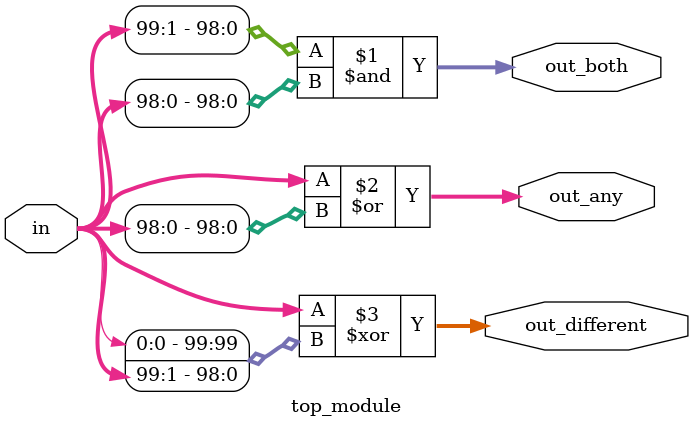
<source format=sv>
module top_module (
    input [99:0] in,
    output [98:0] out_both,
    output [99:0] out_any,
    output [99:0] out_different
);

    // Assign the output signals
    assign out_both = in[99:1] & in[98:0];
    assign out_any = in[99:0] | in[98:0];
    assign out_different = in[99:0] ^ {in[0], in[99:1]};

endmodule

</source>
